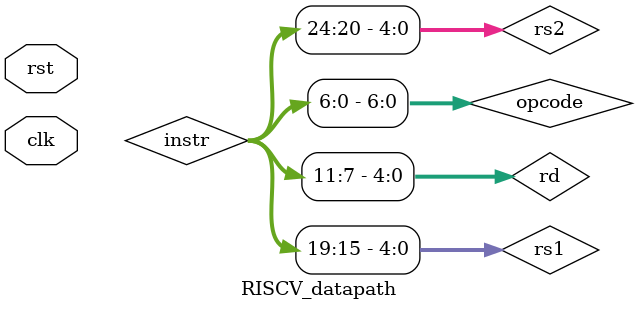
<source format=v>
module RISCV_datapath(input clk,input rst);


//control signals
wire Regwrite; //RegfileWrite enable
wire DMwrite; //data mem write enable
wire PCwrite; //PCwrite enable
wire instwrite; //Inst reg write enable 
wire Asel; //selecting A input of ALU
wire Bsel; //selecting B input of ALU
wire Zero; //zero flag
wire Zero_r; 
wire Addsel; //selecting the address of memory(PC or ALUOut)
wire [4:0] ALUop;
wire [2:0] DMalign;
wire [1:0]   NPCop;
wire [1:0]   WDsel;


wire [31:0]  PC;  
wire [31:0]  NPC; 
wire [31:0]  dm_dout;
wire [31:0]  DM_dout;
wire [3:0]   WRbe;   
wire [31:0]  DR_out; 
wire [31:0]  instr;  
wire [6:0]   opcode; 
wire [4:0]   rd;  
wire [4:0]   rs1; 
wire [4:0]   rs2; 
wire [2:0]   func3;
wire [6:0]   func7;
wire [31:0]  Imm32;
wire [31:0]  WD;   
wire [31:0]  RD1;  
wire [31:0]  RD1_r;
wire [31:0]  RD2;  
wire [31:0]  RD2_r;
wire [31:0]  A;    
wire [31:0]  B;    
wire [31:0]  C;    
wire [31:0]  C_r;
wire [31:0] memaddr;  


assign opcode = instr[6:0];  
assign rd     = instr[11:7];  
assign func3  = instr[14:12]; 
assign rs1    = instr[19:15]; 
assign rs2    = instr[24:20]; 
assign func7  = instr[31:25]; 


RISCV_PC r1(.clk(clk),.rst(rst),.PCwrite(PCwrite),.NPC(NPC),.PC(PC));

RISCV_NPC r2(.clk(clk),.PC(PC),.IMM(Imm32),.alu_result(C_r),.NPCop(NPCop),.NPC(NPC));

RISCV_InstReg r4(.Clk(clk),.Rst(rst),.instwrite(instwrite),.Data(dm_dout),.Instruction(instr));

RISCV_Immgen r5(.OpCode(opcode),.Inst(instr),.Immediate(Imm32));

RISCV_Regfile r6(.Clk(clk),.Rst(rst),.Addr1(rs1),.Addr2(rs2),.Addr3(rd),.RD1(RD1),.RD2(RD2),.Regwrite(Regwrite),.Inputs(WD));

RISCV_storagereg r7(.clk(clk),.rst(rst),.din(RD1),.dout(RD1_r));

RISCV_storagereg r8(.clk(clk),.rst(rst),.din(RD2),.dout(RD2_r));

RISCV_Mux2x1 r9(.d0(RD1_r),.d1(PC-3'd4),.sel(Asel),.out(A));

RISCV_Mux2x1 r10(.d0(RD2_r),.d1(Imm32),.sel(Bsel),.out(B));

RISCV_ALU r11(.clk(clk),.OpCode(ALUop),.w_SrcA(A),.w_SrcB(B),.Result(C),.Zero(Zero));

RISCV_flagstorage r12(.clk(clk),.rst(rst),.din(Zero),.dout(Zero_r));

RISCV_storagereg r13(.clk(clk),.rst(rst),.din(C),.dout(C_r));

RISCV_Mux2x1 r14(.d0(PC),.d1(C_r),.sel(Addsel),.out(memaddr));

RISCV_DMEM r15(.WRbe(WRbe),.DMwrite(DMwrite),.addr(memaddr),.WriteData(RD2_r),.ReadData(dm_dout),.clk(clk));

RISCV_storagereg r16(.clk(clk),.rst(rst),.din(dm_dout),.dout(DR_out));

RISCV_EXTDM r17(.dmout(DR_out),.DMalign(DMalign),.DMout(DM_dout));

RISCV_Mux4x1 r18(.I0(32'h0),.I1(C_r),.I2(DM_dout),.I3(PC),.SEL(WDsel),.OUT(WD));

RISCV_Controlunit r19(
 .clk(clk),
 .rst(rst),
 .Zero(Zero_r),
 .opcode(opcode),
 .func3(func3),
 .func7(func7),  
 .Regwrite(Regwrite), 
 .DMwrite(DMwrite), 
 .PCwrite(PCwrite), 
 .Instwrite(instwrite), 
 .ALUop(ALUop), 
 .DMalign(DMalign), 
 .WDsel(WDsel),  
 .WRbe(WRbe), 
 .Asel(Asel),
 .Bsel(Bsel),
 .NPCop(NPCop),
 .Addsel(Addsel));

endmodule






</source>
